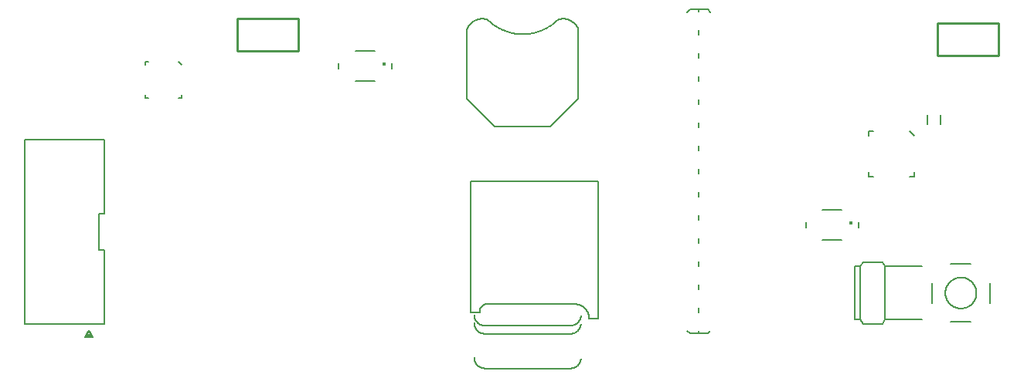
<source format=gto>
G75*
%MOIN*%
%OFA0B0*%
%FSLAX25Y25*%
%IPPOS*%
%LPD*%
%AMOC8*
5,1,8,0,0,1.08239X$1,22.5*
%
%ADD10C,0.00787*%
%ADD11C,0.01000*%
%ADD12C,0.00800*%
%ADD13C,0.00600*%
%ADD14C,0.00500*%
%ADD15R,0.02000X0.01000*%
%ADD16R,0.01500X0.00500*%
%ADD17R,0.01000X0.01000*%
%ADD18C,0.01433*%
D10*
X0373261Y0084026D02*
X0373261Y0085995D01*
X0373261Y0084026D02*
X0375230Y0084026D01*
X0390978Y0084026D02*
X0392946Y0084026D01*
X0392946Y0085995D01*
X0392946Y0101743D02*
X0390978Y0103711D01*
X0398808Y0106900D02*
X0398808Y0110837D01*
X0404399Y0110837D02*
X0404399Y0106900D01*
X0375230Y0103711D02*
X0373261Y0103711D01*
X0373261Y0101743D01*
D11*
X0402915Y0136282D02*
X0402915Y0150455D01*
X0423820Y0150455D01*
X0423387Y0150455D01*
X0423820Y0150455D02*
X0429293Y0150455D01*
X0429293Y0136282D01*
X0429009Y0136282D02*
X0419253Y0136282D01*
X0418954Y0136282D02*
X0403198Y0136282D01*
X0127293Y0138282D02*
X0106387Y0138282D01*
X0106820Y0138282D01*
X0106387Y0138282D02*
X0100915Y0138282D01*
X0100915Y0152455D01*
X0101198Y0152455D02*
X0110954Y0152455D01*
X0111253Y0152455D02*
X0127009Y0152455D01*
X0127293Y0152455D02*
X0127293Y0138282D01*
D12*
X0144686Y0133050D02*
X0144686Y0130688D01*
X0151970Y0125373D02*
X0160238Y0125373D01*
X0167521Y0130688D02*
X0167521Y0133050D01*
X0160238Y0138365D02*
X0151970Y0138365D01*
X0200104Y0147869D02*
X0200104Y0117869D01*
X0212104Y0105869D01*
X0236104Y0105869D01*
X0248104Y0117869D01*
X0248104Y0147869D01*
X0248042Y0148025D01*
X0247975Y0148180D01*
X0247906Y0148333D01*
X0247832Y0148485D01*
X0247755Y0148634D01*
X0247674Y0148782D01*
X0247590Y0148928D01*
X0247502Y0149071D01*
X0247411Y0149213D01*
X0247317Y0149352D01*
X0247219Y0149489D01*
X0247118Y0149623D01*
X0247013Y0149755D01*
X0246906Y0149885D01*
X0246795Y0150011D01*
X0246681Y0150135D01*
X0246565Y0150257D01*
X0246445Y0150375D01*
X0246323Y0150491D01*
X0246198Y0150603D01*
X0246070Y0150713D01*
X0245939Y0150819D01*
X0245806Y0150922D01*
X0245671Y0151022D01*
X0245533Y0151119D01*
X0245393Y0151212D01*
X0245251Y0151302D01*
X0245106Y0151388D01*
X0244960Y0151471D01*
X0244811Y0151550D01*
X0244661Y0151626D01*
X0244509Y0151698D01*
X0244355Y0151766D01*
X0244200Y0151831D01*
X0244043Y0151892D01*
X0243885Y0151949D01*
X0243725Y0152002D01*
X0243564Y0152051D01*
X0243402Y0152097D01*
X0243239Y0152138D01*
X0243075Y0152176D01*
X0242910Y0152209D01*
X0242744Y0152239D01*
X0242578Y0152265D01*
X0242411Y0152286D01*
X0242244Y0152304D01*
X0242076Y0152317D01*
X0241908Y0152326D01*
X0241740Y0152332D01*
X0241571Y0152333D01*
X0241403Y0152330D01*
X0241235Y0152323D01*
X0241067Y0152312D01*
X0240899Y0152297D01*
X0240732Y0152278D01*
X0240566Y0152255D01*
X0240399Y0152228D01*
X0240234Y0152197D01*
X0240069Y0152162D01*
X0239906Y0152123D01*
X0239743Y0152080D01*
X0239581Y0152033D01*
X0239421Y0151982D01*
X0239262Y0151927D01*
X0239104Y0151869D01*
X0209104Y0151869D02*
X0208946Y0151927D01*
X0208787Y0151982D01*
X0208627Y0152033D01*
X0208465Y0152080D01*
X0208302Y0152123D01*
X0208139Y0152162D01*
X0207974Y0152197D01*
X0207809Y0152228D01*
X0207642Y0152255D01*
X0207476Y0152278D01*
X0207309Y0152297D01*
X0207141Y0152312D01*
X0206973Y0152323D01*
X0206805Y0152330D01*
X0206637Y0152333D01*
X0206468Y0152332D01*
X0206300Y0152326D01*
X0206132Y0152317D01*
X0205964Y0152304D01*
X0205797Y0152286D01*
X0205630Y0152265D01*
X0205464Y0152239D01*
X0205298Y0152209D01*
X0205133Y0152176D01*
X0204969Y0152138D01*
X0204806Y0152097D01*
X0204644Y0152051D01*
X0204483Y0152002D01*
X0204323Y0151949D01*
X0204165Y0151892D01*
X0204008Y0151831D01*
X0203853Y0151766D01*
X0203699Y0151698D01*
X0203547Y0151626D01*
X0203397Y0151550D01*
X0203248Y0151471D01*
X0203102Y0151388D01*
X0202957Y0151302D01*
X0202815Y0151212D01*
X0202675Y0151119D01*
X0202537Y0151022D01*
X0202402Y0150922D01*
X0202269Y0150819D01*
X0202138Y0150713D01*
X0202010Y0150603D01*
X0201885Y0150491D01*
X0201763Y0150375D01*
X0201643Y0150257D01*
X0201527Y0150135D01*
X0201413Y0150011D01*
X0201302Y0149885D01*
X0201195Y0149755D01*
X0201090Y0149623D01*
X0200989Y0149489D01*
X0200891Y0149352D01*
X0200797Y0149213D01*
X0200706Y0149071D01*
X0200618Y0148928D01*
X0200534Y0148782D01*
X0200453Y0148634D01*
X0200376Y0148485D01*
X0200302Y0148333D01*
X0200233Y0148180D01*
X0200166Y0148025D01*
X0200104Y0147869D01*
X0209104Y0151869D02*
X0209471Y0151511D01*
X0209846Y0151162D01*
X0210230Y0150822D01*
X0210622Y0150491D01*
X0211022Y0150170D01*
X0211429Y0149859D01*
X0211844Y0149558D01*
X0212265Y0149267D01*
X0212694Y0148986D01*
X0213130Y0148715D01*
X0213572Y0148455D01*
X0214020Y0148206D01*
X0214473Y0147968D01*
X0214933Y0147741D01*
X0215398Y0147525D01*
X0215868Y0147320D01*
X0216343Y0147127D01*
X0216822Y0146945D01*
X0217306Y0146775D01*
X0217793Y0146617D01*
X0218284Y0146470D01*
X0218779Y0146335D01*
X0219277Y0146213D01*
X0219777Y0146102D01*
X0220280Y0146003D01*
X0220786Y0145917D01*
X0221293Y0145843D01*
X0221802Y0145781D01*
X0222312Y0145732D01*
X0222823Y0145695D01*
X0223335Y0145670D01*
X0223848Y0145658D01*
X0224360Y0145658D01*
X0224873Y0145670D01*
X0225385Y0145695D01*
X0225896Y0145732D01*
X0226406Y0145781D01*
X0226915Y0145843D01*
X0227422Y0145917D01*
X0227928Y0146003D01*
X0228431Y0146102D01*
X0228931Y0146213D01*
X0229429Y0146335D01*
X0229924Y0146470D01*
X0230415Y0146617D01*
X0230902Y0146775D01*
X0231386Y0146945D01*
X0231865Y0147127D01*
X0232340Y0147320D01*
X0232810Y0147525D01*
X0233275Y0147741D01*
X0233735Y0147968D01*
X0234188Y0148206D01*
X0234636Y0148455D01*
X0235078Y0148715D01*
X0235514Y0148986D01*
X0235943Y0149267D01*
X0236364Y0149558D01*
X0236779Y0149859D01*
X0237186Y0150170D01*
X0237586Y0150491D01*
X0237978Y0150822D01*
X0238362Y0151162D01*
X0238737Y0151511D01*
X0239104Y0151869D01*
X0295104Y0155269D02*
X0296204Y0156369D01*
X0300104Y0156369D01*
X0300104Y0155369D01*
X0300104Y0156369D02*
X0304004Y0156369D01*
X0305104Y0155269D01*
X0300104Y0147369D02*
X0300104Y0145369D01*
X0300104Y0137369D02*
X0300104Y0135369D01*
X0300104Y0127369D02*
X0300104Y0125369D01*
X0300104Y0117369D02*
X0300104Y0115369D01*
X0300104Y0107369D02*
X0300104Y0105369D01*
X0300104Y0097369D02*
X0300104Y0095369D01*
X0300104Y0087369D02*
X0300104Y0085369D01*
X0300104Y0077369D02*
X0300104Y0075369D01*
X0300104Y0067369D02*
X0300104Y0065369D01*
X0300104Y0057369D02*
X0300104Y0055369D01*
X0300104Y0047369D02*
X0300104Y0045369D01*
X0300104Y0037369D02*
X0300104Y0035369D01*
X0300104Y0027369D02*
X0300104Y0025369D01*
X0300104Y0017369D02*
X0300104Y0016369D01*
X0304004Y0016369D01*
X0305104Y0017469D01*
X0300104Y0016369D02*
X0296204Y0016369D01*
X0295104Y0017469D01*
X0367434Y0022451D02*
X0367434Y0045286D01*
X0369797Y0045286D01*
X0369797Y0022451D01*
X0367434Y0022451D01*
X0369797Y0022451D02*
X0370978Y0020483D01*
X0379245Y0020483D01*
X0380427Y0022451D01*
X0380427Y0045286D01*
X0379245Y0047255D01*
X0370978Y0047255D01*
X0369797Y0045286D01*
X0380427Y0045286D02*
X0396175Y0045286D01*
X0408773Y0046467D02*
X0417434Y0046467D01*
X0425702Y0038199D02*
X0425702Y0029538D01*
X0406411Y0033869D02*
X0406413Y0034033D01*
X0406419Y0034197D01*
X0406429Y0034361D01*
X0406443Y0034525D01*
X0406461Y0034688D01*
X0406483Y0034851D01*
X0406510Y0035013D01*
X0406540Y0035175D01*
X0406574Y0035335D01*
X0406612Y0035495D01*
X0406653Y0035654D01*
X0406699Y0035812D01*
X0406749Y0035968D01*
X0406802Y0036124D01*
X0406859Y0036278D01*
X0406920Y0036430D01*
X0406985Y0036581D01*
X0407054Y0036731D01*
X0407126Y0036878D01*
X0407201Y0037024D01*
X0407281Y0037168D01*
X0407363Y0037310D01*
X0407449Y0037450D01*
X0407539Y0037587D01*
X0407632Y0037723D01*
X0407728Y0037856D01*
X0407828Y0037987D01*
X0407930Y0038115D01*
X0408036Y0038241D01*
X0408145Y0038364D01*
X0408257Y0038484D01*
X0408371Y0038602D01*
X0408489Y0038716D01*
X0408609Y0038828D01*
X0408732Y0038937D01*
X0408858Y0039043D01*
X0408986Y0039145D01*
X0409117Y0039245D01*
X0409250Y0039341D01*
X0409386Y0039434D01*
X0409523Y0039524D01*
X0409663Y0039610D01*
X0409805Y0039692D01*
X0409949Y0039772D01*
X0410095Y0039847D01*
X0410242Y0039919D01*
X0410392Y0039988D01*
X0410543Y0040053D01*
X0410695Y0040114D01*
X0410849Y0040171D01*
X0411005Y0040224D01*
X0411161Y0040274D01*
X0411319Y0040320D01*
X0411478Y0040361D01*
X0411638Y0040399D01*
X0411798Y0040433D01*
X0411960Y0040463D01*
X0412122Y0040490D01*
X0412285Y0040512D01*
X0412448Y0040530D01*
X0412612Y0040544D01*
X0412776Y0040554D01*
X0412940Y0040560D01*
X0413104Y0040562D01*
X0413268Y0040560D01*
X0413432Y0040554D01*
X0413596Y0040544D01*
X0413760Y0040530D01*
X0413923Y0040512D01*
X0414086Y0040490D01*
X0414248Y0040463D01*
X0414410Y0040433D01*
X0414570Y0040399D01*
X0414730Y0040361D01*
X0414889Y0040320D01*
X0415047Y0040274D01*
X0415203Y0040224D01*
X0415359Y0040171D01*
X0415513Y0040114D01*
X0415665Y0040053D01*
X0415816Y0039988D01*
X0415966Y0039919D01*
X0416113Y0039847D01*
X0416259Y0039772D01*
X0416403Y0039692D01*
X0416545Y0039610D01*
X0416685Y0039524D01*
X0416822Y0039434D01*
X0416958Y0039341D01*
X0417091Y0039245D01*
X0417222Y0039145D01*
X0417350Y0039043D01*
X0417476Y0038937D01*
X0417599Y0038828D01*
X0417719Y0038716D01*
X0417837Y0038602D01*
X0417951Y0038484D01*
X0418063Y0038364D01*
X0418172Y0038241D01*
X0418278Y0038115D01*
X0418380Y0037987D01*
X0418480Y0037856D01*
X0418576Y0037723D01*
X0418669Y0037587D01*
X0418759Y0037450D01*
X0418845Y0037310D01*
X0418927Y0037168D01*
X0419007Y0037024D01*
X0419082Y0036878D01*
X0419154Y0036731D01*
X0419223Y0036581D01*
X0419288Y0036430D01*
X0419349Y0036278D01*
X0419406Y0036124D01*
X0419459Y0035968D01*
X0419509Y0035812D01*
X0419555Y0035654D01*
X0419596Y0035495D01*
X0419634Y0035335D01*
X0419668Y0035175D01*
X0419698Y0035013D01*
X0419725Y0034851D01*
X0419747Y0034688D01*
X0419765Y0034525D01*
X0419779Y0034361D01*
X0419789Y0034197D01*
X0419795Y0034033D01*
X0419797Y0033869D01*
X0419795Y0033705D01*
X0419789Y0033541D01*
X0419779Y0033377D01*
X0419765Y0033213D01*
X0419747Y0033050D01*
X0419725Y0032887D01*
X0419698Y0032725D01*
X0419668Y0032563D01*
X0419634Y0032403D01*
X0419596Y0032243D01*
X0419555Y0032084D01*
X0419509Y0031926D01*
X0419459Y0031770D01*
X0419406Y0031614D01*
X0419349Y0031460D01*
X0419288Y0031308D01*
X0419223Y0031157D01*
X0419154Y0031007D01*
X0419082Y0030860D01*
X0419007Y0030714D01*
X0418927Y0030570D01*
X0418845Y0030428D01*
X0418759Y0030288D01*
X0418669Y0030151D01*
X0418576Y0030015D01*
X0418480Y0029882D01*
X0418380Y0029751D01*
X0418278Y0029623D01*
X0418172Y0029497D01*
X0418063Y0029374D01*
X0417951Y0029254D01*
X0417837Y0029136D01*
X0417719Y0029022D01*
X0417599Y0028910D01*
X0417476Y0028801D01*
X0417350Y0028695D01*
X0417222Y0028593D01*
X0417091Y0028493D01*
X0416958Y0028397D01*
X0416822Y0028304D01*
X0416685Y0028214D01*
X0416545Y0028128D01*
X0416403Y0028046D01*
X0416259Y0027966D01*
X0416113Y0027891D01*
X0415966Y0027819D01*
X0415816Y0027750D01*
X0415665Y0027685D01*
X0415513Y0027624D01*
X0415359Y0027567D01*
X0415203Y0027514D01*
X0415047Y0027464D01*
X0414889Y0027418D01*
X0414730Y0027377D01*
X0414570Y0027339D01*
X0414410Y0027305D01*
X0414248Y0027275D01*
X0414086Y0027248D01*
X0413923Y0027226D01*
X0413760Y0027208D01*
X0413596Y0027194D01*
X0413432Y0027184D01*
X0413268Y0027178D01*
X0413104Y0027176D01*
X0412940Y0027178D01*
X0412776Y0027184D01*
X0412612Y0027194D01*
X0412448Y0027208D01*
X0412285Y0027226D01*
X0412122Y0027248D01*
X0411960Y0027275D01*
X0411798Y0027305D01*
X0411638Y0027339D01*
X0411478Y0027377D01*
X0411319Y0027418D01*
X0411161Y0027464D01*
X0411005Y0027514D01*
X0410849Y0027567D01*
X0410695Y0027624D01*
X0410543Y0027685D01*
X0410392Y0027750D01*
X0410242Y0027819D01*
X0410095Y0027891D01*
X0409949Y0027966D01*
X0409805Y0028046D01*
X0409663Y0028128D01*
X0409523Y0028214D01*
X0409386Y0028304D01*
X0409250Y0028397D01*
X0409117Y0028493D01*
X0408986Y0028593D01*
X0408858Y0028695D01*
X0408732Y0028801D01*
X0408609Y0028910D01*
X0408489Y0029022D01*
X0408371Y0029136D01*
X0408257Y0029254D01*
X0408145Y0029374D01*
X0408036Y0029497D01*
X0407930Y0029623D01*
X0407828Y0029751D01*
X0407728Y0029882D01*
X0407632Y0030015D01*
X0407539Y0030151D01*
X0407449Y0030288D01*
X0407363Y0030428D01*
X0407281Y0030570D01*
X0407201Y0030714D01*
X0407126Y0030860D01*
X0407054Y0031007D01*
X0406985Y0031157D01*
X0406920Y0031308D01*
X0406859Y0031460D01*
X0406802Y0031614D01*
X0406749Y0031770D01*
X0406699Y0031926D01*
X0406653Y0032084D01*
X0406612Y0032243D01*
X0406574Y0032403D01*
X0406540Y0032563D01*
X0406510Y0032725D01*
X0406483Y0032887D01*
X0406461Y0033050D01*
X0406443Y0033213D01*
X0406429Y0033377D01*
X0406419Y0033541D01*
X0406413Y0033705D01*
X0406411Y0033869D01*
X0400505Y0029538D02*
X0400505Y0038199D01*
X0396175Y0022451D02*
X0380427Y0022451D01*
X0408773Y0021270D02*
X0417434Y0021270D01*
X0361738Y0056873D02*
X0353470Y0056873D01*
X0346186Y0062188D02*
X0346186Y0064550D01*
X0353470Y0069865D02*
X0361738Y0069865D01*
X0369021Y0064550D02*
X0369021Y0062188D01*
X0076978Y0117995D02*
X0076978Y0119373D01*
X0076978Y0117995D02*
X0075600Y0117995D01*
X0062608Y0117995D02*
X0061230Y0117995D01*
X0061230Y0119373D01*
X0061230Y0132365D02*
X0061230Y0133743D01*
X0062608Y0133743D01*
X0075600Y0133743D02*
X0076978Y0132365D01*
D13*
X0037041Y0017932D02*
X0035341Y0014632D01*
X0038741Y0014632D01*
X0037041Y0017932D01*
X0037041Y0016932D01*
X0043730Y0020507D02*
X0043730Y0052495D01*
X0041367Y0052495D01*
X0041367Y0068243D01*
X0043730Y0068243D01*
X0043730Y0100231D01*
X0009478Y0100231D02*
X0009478Y0020507D01*
X0043730Y0020507D01*
D14*
X0201604Y0025518D02*
X0201604Y0082211D01*
X0256722Y0082211D01*
X0256722Y0022762D01*
X0252785Y0022762D01*
X0252783Y0022919D01*
X0252777Y0023076D01*
X0252767Y0023233D01*
X0252754Y0023389D01*
X0252736Y0023545D01*
X0252715Y0023701D01*
X0252689Y0023856D01*
X0252660Y0024010D01*
X0252627Y0024164D01*
X0252590Y0024316D01*
X0252550Y0024468D01*
X0252505Y0024619D01*
X0252457Y0024768D01*
X0252405Y0024916D01*
X0252350Y0025063D01*
X0252290Y0025209D01*
X0252228Y0025353D01*
X0252161Y0025495D01*
X0252091Y0025636D01*
X0252018Y0025775D01*
X0251941Y0025912D01*
X0251861Y0026047D01*
X0251777Y0026179D01*
X0251690Y0026310D01*
X0251600Y0026439D01*
X0251507Y0026565D01*
X0251411Y0026689D01*
X0251311Y0026811D01*
X0251209Y0026930D01*
X0251103Y0027046D01*
X0250995Y0027160D01*
X0250884Y0027271D01*
X0250770Y0027379D01*
X0250654Y0027485D01*
X0250535Y0027587D01*
X0250413Y0027687D01*
X0250289Y0027783D01*
X0250163Y0027876D01*
X0250034Y0027966D01*
X0249903Y0028053D01*
X0249771Y0028137D01*
X0249636Y0028217D01*
X0249499Y0028294D01*
X0249360Y0028367D01*
X0249219Y0028437D01*
X0249077Y0028504D01*
X0248933Y0028566D01*
X0248787Y0028626D01*
X0248640Y0028681D01*
X0248492Y0028733D01*
X0248343Y0028781D01*
X0248192Y0028826D01*
X0248040Y0028866D01*
X0247888Y0028903D01*
X0247734Y0028936D01*
X0247580Y0028965D01*
X0247425Y0028991D01*
X0247269Y0029012D01*
X0247113Y0029030D01*
X0246957Y0029043D01*
X0246800Y0029053D01*
X0246643Y0029059D01*
X0246486Y0029061D01*
X0246486Y0029062D02*
X0208297Y0029062D01*
X0208296Y0029061D02*
X0208187Y0029046D01*
X0208078Y0029026D01*
X0207969Y0029003D01*
X0207862Y0028976D01*
X0207755Y0028945D01*
X0207650Y0028911D01*
X0207546Y0028873D01*
X0207443Y0028831D01*
X0207342Y0028786D01*
X0207243Y0028737D01*
X0207145Y0028685D01*
X0207049Y0028629D01*
X0206956Y0028570D01*
X0206864Y0028508D01*
X0206774Y0028443D01*
X0206687Y0028374D01*
X0206602Y0028303D01*
X0206520Y0028229D01*
X0206441Y0028151D01*
X0206364Y0028072D01*
X0206290Y0027989D01*
X0206219Y0027904D01*
X0206151Y0027817D01*
X0206086Y0027727D01*
X0206024Y0027635D01*
X0205966Y0027541D01*
X0205911Y0027445D01*
X0205859Y0027347D01*
X0205810Y0027247D01*
X0205766Y0027146D01*
X0205724Y0027043D01*
X0205687Y0026939D01*
X0205653Y0026833D01*
X0205622Y0026727D01*
X0205596Y0026619D01*
X0205573Y0026511D01*
X0205554Y0026402D01*
X0205539Y0026292D01*
X0205527Y0026182D01*
X0205520Y0026071D01*
X0205516Y0025960D01*
X0205517Y0025850D01*
X0205521Y0025739D01*
X0205529Y0025628D01*
X0205541Y0025518D01*
X0201604Y0025518D01*
X0203179Y0024495D02*
X0203181Y0024360D01*
X0203187Y0024225D01*
X0203196Y0024091D01*
X0203210Y0023957D01*
X0203227Y0023823D01*
X0203248Y0023689D01*
X0203273Y0023557D01*
X0203302Y0023425D01*
X0203334Y0023294D01*
X0203370Y0023164D01*
X0203410Y0023035D01*
X0203454Y0022908D01*
X0203501Y0022781D01*
X0203552Y0022656D01*
X0203606Y0022533D01*
X0203664Y0022411D01*
X0203725Y0022290D01*
X0203790Y0022172D01*
X0203858Y0022056D01*
X0203929Y0021941D01*
X0204003Y0021829D01*
X0204081Y0021718D01*
X0204162Y0021610D01*
X0204246Y0021505D01*
X0204333Y0021401D01*
X0204423Y0021301D01*
X0204515Y0021203D01*
X0204611Y0021107D01*
X0204709Y0021015D01*
X0204809Y0020925D01*
X0204913Y0020838D01*
X0205018Y0020754D01*
X0205126Y0020673D01*
X0205237Y0020595D01*
X0205349Y0020521D01*
X0205464Y0020450D01*
X0205580Y0020382D01*
X0205698Y0020317D01*
X0205819Y0020256D01*
X0205941Y0020198D01*
X0206064Y0020144D01*
X0206189Y0020093D01*
X0206316Y0020046D01*
X0206443Y0020002D01*
X0206572Y0019962D01*
X0206702Y0019926D01*
X0206833Y0019894D01*
X0206965Y0019865D01*
X0207097Y0019840D01*
X0207231Y0019819D01*
X0207365Y0019802D01*
X0207499Y0019788D01*
X0207633Y0019779D01*
X0207768Y0019773D01*
X0207903Y0019771D01*
X0207903Y0019770D02*
X0244123Y0019770D01*
X0244123Y0016226D02*
X0244258Y0016217D01*
X0244394Y0016212D01*
X0244529Y0016210D01*
X0244664Y0016212D01*
X0244800Y0016218D01*
X0244935Y0016228D01*
X0245069Y0016242D01*
X0245204Y0016260D01*
X0245337Y0016282D01*
X0245470Y0016307D01*
X0245603Y0016336D01*
X0245734Y0016369D01*
X0245864Y0016405D01*
X0245993Y0016446D01*
X0246122Y0016490D01*
X0246248Y0016537D01*
X0246374Y0016589D01*
X0246497Y0016643D01*
X0246620Y0016702D01*
X0246740Y0016764D01*
X0246859Y0016829D01*
X0246976Y0016897D01*
X0247090Y0016969D01*
X0247203Y0017044D01*
X0247313Y0017123D01*
X0247422Y0017204D01*
X0247527Y0017288D01*
X0247631Y0017376D01*
X0247732Y0017466D01*
X0247830Y0017559D01*
X0247925Y0017655D01*
X0248018Y0017754D01*
X0248108Y0017855D01*
X0248195Y0017959D01*
X0248279Y0018065D01*
X0248360Y0018174D01*
X0248437Y0018285D01*
X0248512Y0018398D01*
X0248583Y0018513D01*
X0248651Y0018630D01*
X0248716Y0018749D01*
X0248777Y0018870D01*
X0248835Y0018992D01*
X0248889Y0019117D01*
X0248939Y0019242D01*
X0248986Y0019369D01*
X0249030Y0019497D01*
X0249069Y0019627D01*
X0249105Y0019757D01*
X0249138Y0019889D01*
X0249166Y0020021D01*
X0249191Y0020154D01*
X0249211Y0020288D01*
X0249228Y0020423D01*
X0249242Y0020557D01*
X0244123Y0016227D02*
X0207903Y0016227D01*
X0207768Y0016229D01*
X0207633Y0016235D01*
X0207499Y0016244D01*
X0207365Y0016258D01*
X0207231Y0016275D01*
X0207097Y0016296D01*
X0206965Y0016321D01*
X0206833Y0016350D01*
X0206702Y0016382D01*
X0206572Y0016418D01*
X0206443Y0016458D01*
X0206316Y0016502D01*
X0206189Y0016549D01*
X0206064Y0016600D01*
X0205941Y0016654D01*
X0205819Y0016712D01*
X0205698Y0016773D01*
X0205580Y0016838D01*
X0205464Y0016906D01*
X0205349Y0016977D01*
X0205237Y0017051D01*
X0205126Y0017129D01*
X0205018Y0017210D01*
X0204913Y0017294D01*
X0204809Y0017381D01*
X0204709Y0017471D01*
X0204611Y0017563D01*
X0204515Y0017659D01*
X0204423Y0017757D01*
X0204333Y0017857D01*
X0204246Y0017961D01*
X0204162Y0018066D01*
X0204081Y0018174D01*
X0204003Y0018285D01*
X0203929Y0018397D01*
X0203858Y0018512D01*
X0203790Y0018628D01*
X0203725Y0018746D01*
X0203664Y0018867D01*
X0203606Y0018989D01*
X0203552Y0019112D01*
X0203501Y0019237D01*
X0203454Y0019364D01*
X0203410Y0019491D01*
X0203370Y0019620D01*
X0203334Y0019750D01*
X0203302Y0019881D01*
X0203273Y0020013D01*
X0203248Y0020145D01*
X0203227Y0020279D01*
X0203210Y0020413D01*
X0203196Y0020547D01*
X0203187Y0020681D01*
X0203181Y0020816D01*
X0203179Y0020951D01*
X0203179Y0005991D02*
X0203181Y0005856D01*
X0203187Y0005721D01*
X0203196Y0005587D01*
X0203210Y0005453D01*
X0203227Y0005319D01*
X0203248Y0005185D01*
X0203273Y0005053D01*
X0203302Y0004921D01*
X0203334Y0004790D01*
X0203370Y0004660D01*
X0203410Y0004531D01*
X0203454Y0004404D01*
X0203501Y0004277D01*
X0203552Y0004152D01*
X0203606Y0004029D01*
X0203664Y0003907D01*
X0203725Y0003786D01*
X0203790Y0003668D01*
X0203858Y0003552D01*
X0203929Y0003437D01*
X0204003Y0003325D01*
X0204081Y0003214D01*
X0204162Y0003106D01*
X0204246Y0003001D01*
X0204333Y0002897D01*
X0204423Y0002797D01*
X0204515Y0002699D01*
X0204611Y0002603D01*
X0204709Y0002511D01*
X0204809Y0002421D01*
X0204913Y0002334D01*
X0205018Y0002250D01*
X0205126Y0002169D01*
X0205237Y0002091D01*
X0205349Y0002017D01*
X0205464Y0001946D01*
X0205580Y0001878D01*
X0205698Y0001813D01*
X0205819Y0001752D01*
X0205941Y0001694D01*
X0206064Y0001640D01*
X0206189Y0001589D01*
X0206316Y0001542D01*
X0206443Y0001498D01*
X0206572Y0001458D01*
X0206702Y0001422D01*
X0206833Y0001390D01*
X0206965Y0001361D01*
X0207097Y0001336D01*
X0207231Y0001315D01*
X0207365Y0001298D01*
X0207499Y0001284D01*
X0207633Y0001275D01*
X0207768Y0001269D01*
X0207903Y0001267D01*
X0207903Y0001266D02*
X0244123Y0001266D01*
X0244258Y0001257D01*
X0244394Y0001252D01*
X0244529Y0001250D01*
X0244664Y0001252D01*
X0244800Y0001258D01*
X0244935Y0001268D01*
X0245069Y0001282D01*
X0245204Y0001300D01*
X0245337Y0001322D01*
X0245470Y0001347D01*
X0245603Y0001376D01*
X0245734Y0001409D01*
X0245864Y0001445D01*
X0245993Y0001486D01*
X0246122Y0001530D01*
X0246248Y0001577D01*
X0246374Y0001629D01*
X0246497Y0001683D01*
X0246620Y0001742D01*
X0246740Y0001804D01*
X0246859Y0001869D01*
X0246976Y0001937D01*
X0247090Y0002009D01*
X0247203Y0002084D01*
X0247313Y0002163D01*
X0247422Y0002244D01*
X0247527Y0002328D01*
X0247631Y0002416D01*
X0247732Y0002506D01*
X0247830Y0002599D01*
X0247925Y0002695D01*
X0248018Y0002794D01*
X0248108Y0002895D01*
X0248195Y0002999D01*
X0248279Y0003105D01*
X0248360Y0003214D01*
X0248437Y0003325D01*
X0248512Y0003438D01*
X0248583Y0003553D01*
X0248651Y0003670D01*
X0248716Y0003789D01*
X0248777Y0003910D01*
X0248835Y0004032D01*
X0248889Y0004157D01*
X0248939Y0004282D01*
X0248986Y0004409D01*
X0249030Y0004537D01*
X0249069Y0004667D01*
X0249105Y0004797D01*
X0249138Y0004929D01*
X0249166Y0005061D01*
X0249191Y0005194D01*
X0249211Y0005328D01*
X0249228Y0005463D01*
X0249242Y0005597D01*
X0244123Y0019770D02*
X0244258Y0019761D01*
X0244394Y0019756D01*
X0244529Y0019754D01*
X0244664Y0019756D01*
X0244800Y0019762D01*
X0244935Y0019772D01*
X0245069Y0019786D01*
X0245204Y0019804D01*
X0245337Y0019826D01*
X0245470Y0019851D01*
X0245603Y0019880D01*
X0245734Y0019913D01*
X0245864Y0019949D01*
X0245993Y0019990D01*
X0246122Y0020034D01*
X0246248Y0020081D01*
X0246374Y0020133D01*
X0246497Y0020187D01*
X0246620Y0020246D01*
X0246740Y0020308D01*
X0246859Y0020373D01*
X0246976Y0020441D01*
X0247090Y0020513D01*
X0247203Y0020588D01*
X0247313Y0020667D01*
X0247422Y0020748D01*
X0247527Y0020832D01*
X0247631Y0020920D01*
X0247732Y0021010D01*
X0247830Y0021103D01*
X0247925Y0021199D01*
X0248018Y0021298D01*
X0248108Y0021399D01*
X0248195Y0021503D01*
X0248279Y0021609D01*
X0248360Y0021718D01*
X0248437Y0021829D01*
X0248512Y0021942D01*
X0248583Y0022057D01*
X0248651Y0022174D01*
X0248716Y0022293D01*
X0248777Y0022414D01*
X0248835Y0022536D01*
X0248889Y0022661D01*
X0248939Y0022786D01*
X0248986Y0022913D01*
X0249030Y0023041D01*
X0249069Y0023171D01*
X0249105Y0023301D01*
X0249138Y0023433D01*
X0249166Y0023565D01*
X0249191Y0023698D01*
X0249211Y0023832D01*
X0249228Y0023967D01*
X0249242Y0024101D01*
X0043730Y0100231D02*
X0009478Y0100231D01*
D15*
X0037041Y0015832D03*
D16*
X0037791Y0015082D03*
X0036291Y0015082D03*
D17*
X0037041Y0016632D03*
D18*
X0164175Y0132656D03*
X0365675Y0064156D03*
M02*

</source>
